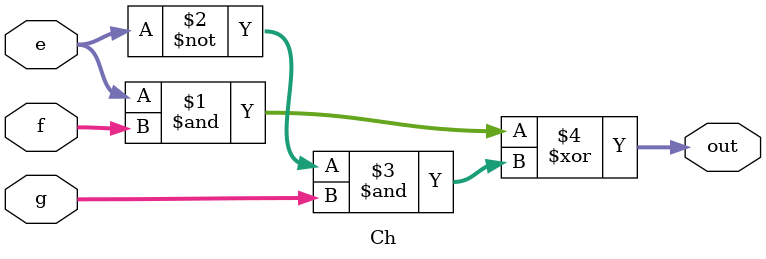
<source format=v>
module Ch( input [31:0] e, f , g , 
	   output[31:0]            out);

// (e or f) xor ( not(e) or g) 
//Maybe there is an equivalent logic function that is more efficient

assign out = (e&f) ^ (~e&g);



endmodule 
</source>
